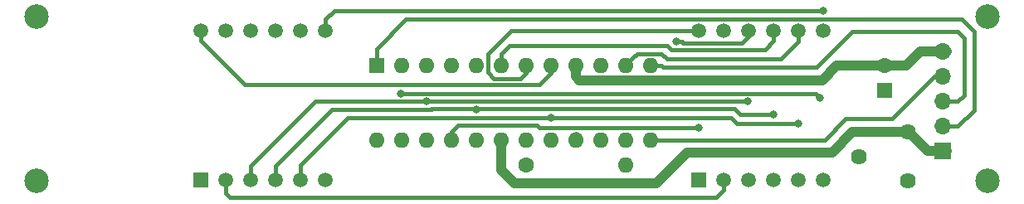
<source format=gbr>
G04 #@! TF.GenerationSoftware,KiCad,Pcbnew,(5.1.6)-1*
G04 #@! TF.CreationDate,2020-08-22T14:04:35+03:00*
G04 #@! TF.ProjectId,MAX7219 THT,4d415837-3231-4392-9054-48542e6b6963,rev?*
G04 #@! TF.SameCoordinates,Original*
G04 #@! TF.FileFunction,Copper,L1,Top*
G04 #@! TF.FilePolarity,Positive*
%FSLAX46Y46*%
G04 Gerber Fmt 4.6, Leading zero omitted, Abs format (unit mm)*
G04 Created by KiCad (PCBNEW (5.1.6)-1) date 2020-08-22 14:04:35*
%MOMM*%
%LPD*%
G01*
G04 APERTURE LIST*
G04 #@! TA.AperFunction,ComponentPad*
%ADD10O,1.700000X1.700000*%
G04 #@! TD*
G04 #@! TA.AperFunction,ComponentPad*
%ADD11R,1.700000X1.700000*%
G04 #@! TD*
G04 #@! TA.AperFunction,ComponentPad*
%ADD12C,1.500000*%
G04 #@! TD*
G04 #@! TA.AperFunction,ComponentPad*
%ADD13R,1.500000X1.500000*%
G04 #@! TD*
G04 #@! TA.AperFunction,ComponentPad*
%ADD14R,1.600000X1.600000*%
G04 #@! TD*
G04 #@! TA.AperFunction,ComponentPad*
%ADD15C,1.600000*%
G04 #@! TD*
G04 #@! TA.AperFunction,ComponentPad*
%ADD16O,1.600000X1.600000*%
G04 #@! TD*
G04 #@! TA.AperFunction,ComponentPad*
%ADD17C,1.620000*%
G04 #@! TD*
G04 #@! TA.AperFunction,ViaPad*
%ADD18C,2.500000*%
G04 #@! TD*
G04 #@! TA.AperFunction,ViaPad*
%ADD19C,0.800000*%
G04 #@! TD*
G04 #@! TA.AperFunction,Conductor*
%ADD20C,1.000000*%
G04 #@! TD*
G04 #@! TA.AperFunction,Conductor*
%ADD21C,0.400000*%
G04 #@! TD*
G04 APERTURE END LIST*
D10*
X201676000Y-34544000D03*
X201676000Y-37084000D03*
X201676000Y-39624000D03*
X201676000Y-42164000D03*
D11*
X201676000Y-44704000D03*
D12*
X125984000Y-32385000D03*
X128524000Y-32385000D03*
X131064000Y-32385000D03*
X133604000Y-32385000D03*
X136144000Y-32385000D03*
X138684000Y-32385000D03*
X138684000Y-47625000D03*
X136144000Y-47625000D03*
X133604000Y-47625000D03*
X131064000Y-47625000D03*
X128524000Y-47625000D03*
D13*
X125984000Y-47625000D03*
D14*
X195707000Y-38481000D03*
D15*
X195707000Y-35981000D03*
X159131000Y-46101000D03*
D16*
X169291000Y-46101000D03*
D17*
X198120000Y-42752000D03*
X193120000Y-45252000D03*
X198120000Y-47752000D03*
D14*
X143891000Y-35941000D03*
D16*
X171831000Y-43561000D03*
X146431000Y-35941000D03*
X169291000Y-43561000D03*
X148971000Y-35941000D03*
X166751000Y-43561000D03*
X151511000Y-35941000D03*
X164211000Y-43561000D03*
X154051000Y-35941000D03*
X161671000Y-43561000D03*
X156591000Y-35941000D03*
X159131000Y-43561000D03*
X159131000Y-35941000D03*
X156591000Y-43561000D03*
X161671000Y-35941000D03*
X154051000Y-43561000D03*
X164211000Y-35941000D03*
X151511000Y-43561000D03*
X166751000Y-35941000D03*
X148971000Y-43561000D03*
X169291000Y-35941000D03*
X146431000Y-43561000D03*
X171831000Y-35941000D03*
X143891000Y-43561000D03*
D13*
X176784000Y-47625000D03*
D12*
X179324000Y-47625000D03*
X181864000Y-47625000D03*
X184404000Y-47625000D03*
X186944000Y-47625000D03*
X189484000Y-47625000D03*
X189484000Y-32385000D03*
X186944000Y-32385000D03*
X184404000Y-32385000D03*
X181864000Y-32385000D03*
X179324000Y-32385000D03*
X176784000Y-32385000D03*
D18*
X206248000Y-30988000D03*
X109220000Y-30988000D03*
X109220000Y-47752000D03*
X206248000Y-47752000D03*
D19*
X146405600Y-38811200D03*
X189102998Y-39243000D03*
X174498000Y-33528000D03*
X189484000Y-30353002D03*
X161671000Y-41275002D03*
X186893200Y-41859200D03*
X154051006Y-40424010D03*
X184403996Y-40944800D03*
X176784000Y-42291000D03*
X181737000Y-39624000D03*
X148971010Y-39624000D03*
D20*
X200152000Y-44704000D02*
X202057000Y-44704000D01*
X192452000Y-42752000D02*
X198200000Y-42752000D01*
X156591000Y-46609000D02*
X157988000Y-48006000D01*
X198200000Y-42752000D02*
X200152000Y-44704000D01*
X156591000Y-43561000D02*
X156591000Y-46609000D01*
X157988000Y-48006000D02*
X172415200Y-48006000D01*
X172415200Y-48006000D02*
X175590200Y-44831000D01*
X175590200Y-44831000D02*
X190373000Y-44831000D01*
X190373000Y-44831000D02*
X192452000Y-42752000D01*
X190841000Y-35981000D02*
X195707000Y-35981000D01*
X189357000Y-37465000D02*
X190841000Y-35981000D01*
X164603630Y-37465000D02*
X189357000Y-37465000D01*
X164211000Y-35941000D02*
X164211000Y-37072370D01*
X164211000Y-37072370D02*
X164603630Y-37465000D01*
X199390000Y-34544000D02*
X202057000Y-34544000D01*
X195707000Y-35981000D02*
X197953000Y-35981000D01*
X197953000Y-35981000D02*
X199390000Y-34544000D01*
D21*
X203200000Y-42164000D02*
X202057000Y-42164000D01*
X203573999Y-31234999D02*
X204851000Y-32512000D01*
X204851000Y-32512000D02*
X204851000Y-40513000D01*
X204851000Y-40513000D02*
X203200000Y-42164000D01*
X146920601Y-31234999D02*
X203573999Y-31234999D01*
X143891000Y-34264600D02*
X146920601Y-31234999D01*
X143891000Y-35941000D02*
X143891000Y-34264600D01*
X172962370Y-35941000D02*
X171831000Y-35941000D01*
X173127371Y-36106001D02*
X172962370Y-35941000D01*
X203200000Y-39624000D02*
X203835000Y-38989000D01*
X188810999Y-36106001D02*
X173127371Y-36106001D01*
X202057000Y-39624000D02*
X203200000Y-39624000D01*
X203835000Y-38989000D02*
X203835000Y-33147000D01*
X203835000Y-33147000D02*
X203200000Y-32512000D01*
X203200000Y-32512000D02*
X192405000Y-32512000D01*
X192405000Y-32512000D02*
X188810999Y-36106001D01*
X200787000Y-37084000D02*
X202057000Y-37084000D01*
X196469000Y-41402000D02*
X200787000Y-37084000D01*
X191770000Y-41402000D02*
X196469000Y-41402000D01*
X171831000Y-43561000D02*
X189611000Y-43561000D01*
X189611000Y-43561000D02*
X191770000Y-41402000D01*
X163322000Y-38811200D02*
X146405600Y-38811200D01*
X189102998Y-39243000D02*
X188671198Y-38811200D01*
X188671198Y-38811200D02*
X163322000Y-38811200D01*
X175063685Y-33528000D02*
X174498000Y-33528000D01*
X175190685Y-33655000D02*
X175063685Y-33528000D01*
X181178200Y-33655000D02*
X175190685Y-33655000D01*
X181864000Y-32385000D02*
X181864000Y-32969200D01*
X181864000Y-32969200D02*
X181178200Y-33655000D01*
X164211000Y-43561000D02*
X164211000Y-42926000D01*
X188918315Y-30353002D02*
X189484000Y-30353002D01*
X139572998Y-30353002D02*
X188918315Y-30353002D01*
X138684000Y-32385000D02*
X138684000Y-31242000D01*
X138684000Y-31242000D02*
X139572998Y-30353002D01*
X161105315Y-41275002D02*
X161671000Y-41275002D01*
X161105313Y-41275000D02*
X161105315Y-41275002D01*
X140995400Y-41275000D02*
X161105313Y-41275000D01*
X136144000Y-47625000D02*
X136144000Y-46126400D01*
X136144000Y-46126400D02*
X140995400Y-41275000D01*
X161671000Y-41275002D02*
X180060602Y-41275002D01*
X180060602Y-41275002D02*
X180644800Y-41859200D01*
X180644800Y-41859200D02*
X186327515Y-41859200D01*
X186327515Y-41859200D02*
X186893200Y-41859200D01*
X156565600Y-35915600D02*
X156591000Y-35941000D01*
X156591000Y-34809630D02*
X156591000Y-35941000D01*
X184404000Y-33445660D02*
X183508860Y-34340800D01*
X183508860Y-34340800D02*
X173939200Y-34340800D01*
X173939200Y-34340800D02*
X173532800Y-33934400D01*
X184404000Y-32385000D02*
X184404000Y-33445660D01*
X173532800Y-33934400D02*
X157466230Y-33934400D01*
X157466230Y-33934400D02*
X156591000Y-34809630D01*
X164871400Y-32385000D02*
X176784000Y-32385000D01*
X155244800Y-34798000D02*
X157657800Y-32385000D01*
X155251001Y-35364999D02*
X155244800Y-35358798D01*
X157657800Y-32385000D02*
X164871400Y-32385000D01*
X155251001Y-36517001D02*
X155251001Y-35364999D01*
X159131000Y-35941000D02*
X159131000Y-36703000D01*
X158546800Y-37287200D02*
X155854400Y-37287200D01*
X155244800Y-35358798D02*
X155244800Y-34798000D01*
X159131000Y-36703000D02*
X158546800Y-37287200D01*
X155854400Y-37287200D02*
X155244800Y-36677600D01*
X155244800Y-36677600D02*
X155244800Y-36523202D01*
X155244800Y-36523202D02*
X155251001Y-36517001D01*
X161671000Y-36753800D02*
X161671000Y-35941000D01*
X160475775Y-37949025D02*
X161671000Y-36753800D01*
X130487365Y-37949025D02*
X160475775Y-37949025D01*
X125984000Y-32385000D02*
X125984000Y-33445660D01*
X125984000Y-33445660D02*
X130487365Y-37949025D01*
X154051006Y-40259000D02*
X154051006Y-40424010D01*
X154051004Y-40258998D02*
X154051006Y-40259000D01*
X153924006Y-40386000D02*
X154051000Y-40259006D01*
X149520006Y-40386000D02*
X153924006Y-40386000D01*
X149482004Y-40424002D02*
X149520006Y-40386000D01*
X139357198Y-40424002D02*
X149482004Y-40424002D01*
X133604000Y-47625000D02*
X133604000Y-46177200D01*
X133604000Y-46177200D02*
X139357198Y-40424002D01*
X183838311Y-40944800D02*
X184403996Y-40944800D01*
X181000400Y-40944800D02*
X183838311Y-40944800D01*
X154051000Y-40386000D02*
X180441600Y-40386000D01*
X180441600Y-40386000D02*
X181000400Y-40944800D01*
X151511000Y-42748200D02*
X151511000Y-43561000D01*
X152222200Y-42037000D02*
X151511000Y-42748200D01*
X160274000Y-42037000D02*
X152222200Y-42037000D01*
X176784000Y-42291000D02*
X160528000Y-42291000D01*
X160528000Y-42291000D02*
X160274000Y-42037000D01*
X181737000Y-39624000D02*
X148971010Y-39624000D01*
X148405325Y-39624000D02*
X148971010Y-39624000D01*
X137617200Y-39624000D02*
X148405325Y-39624000D01*
X131064000Y-47625000D02*
X131064000Y-46177200D01*
X131064000Y-46177200D02*
X137617200Y-39624000D01*
X170090999Y-35141001D02*
X169291000Y-35941000D01*
X186944000Y-32385000D02*
X186944000Y-33477200D01*
X185115200Y-35306000D02*
X173532800Y-35306000D01*
X173532800Y-35306000D02*
X172967799Y-34740999D01*
X186944000Y-33477200D02*
X185115200Y-35306000D01*
X172967799Y-34740999D02*
X170491001Y-34740999D01*
X170491001Y-34740999D02*
X170090999Y-35141001D01*
X128524000Y-49022000D02*
X128524000Y-47625000D01*
X128905000Y-49403000D02*
X128524000Y-49022000D01*
X178587400Y-49403000D02*
X128905000Y-49403000D01*
X179324000Y-47625000D02*
X179324000Y-48666400D01*
X179324000Y-48666400D02*
X178587400Y-49403000D01*
M02*

</source>
